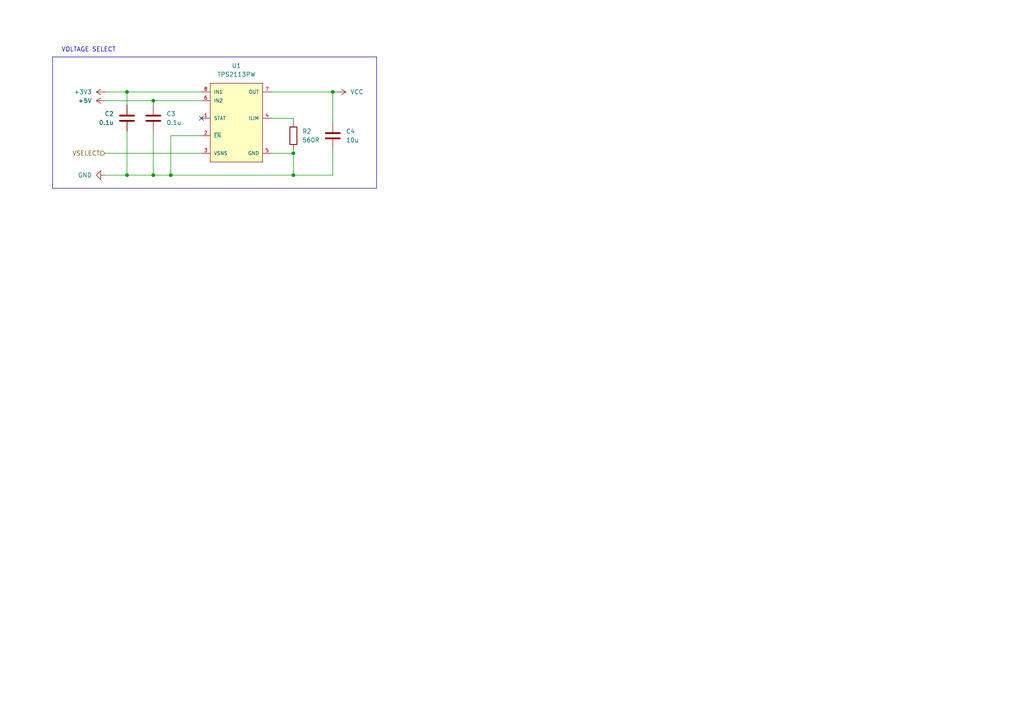
<source format=kicad_sch>
(kicad_sch (version 20231120) (generator "eeschema") (generator_version "8.0")
  (paper "A4")
  (lib_symbols
    (symbol "Added:TPS2113PW" (pin_names (offset 1.016))
      (property "Reference" "U" (at 0 5.08 0))
      (property "Value" "TPS2113PW" (at 0 7.62 0))
      (symbol "TPS2113PW_1_1"
        (rectangle (start 5.08 2.54) (end 20.32 -20.32) (fill (type background)))
        (pin unspecified line (at 2.54 -7.62 0) (length 2.54) (name "STAT") (number "1"))
        (pin input line (at 2.54 -12.7 0) (length 2.54) (name "~{EN}") (number "2"))
        (pin input line (at 2.54 -17.78 0) (length 2.54) (name "VSNS") (number "3"))
        (pin input line (at 22.86 -7.62 180) (length 2.54) (name "ILIM") (number "4"))
        (pin power_in line (at 22.86 -17.78 180) (length 2.54) (name "GND") (number "5"))
        (pin power_in line (at 2.54 -2.54 0) (length 2.54) (name "IN2") (number "6"))
        (pin power_out line (at 22.86 0 180) (length 2.54) (name "OUT") (number "7"))
        (pin power_in line (at 2.54 0 0) (length 2.54) (name "IN1") (number "8"))
      )
    )
    (symbol "Device:C" (pin_numbers hide) (pin_names (offset 0.254))
      (property "Reference" "C" (at 0.635 2.54 0))
      (property "Value" "C" (at 0.635 -2.54 0))
      (symbol "C_0_1"
        (polyline (pts (xy -2.032 -0.762) (xy 2.032 -0.762)) (stroke (width 0.508)))
        (polyline (pts (xy -2.032 0.762) (xy 2.032 0.762)) (stroke (width 0.508)))
      )
      (symbol "C_1_1"
        (pin passive line (at 0 3.81 270) (length 2.794) (name "~") (number "1"))
        (pin passive line (at 0 -3.81 90) (length 2.794) (name "~") (number "2"))
      )
    )
    (symbol "Device:R" (pin_numbers hide) (pin_names (offset 0))
      (property "Reference" "R" (at 2.032 0 90))
      (property "Value" "R" (at 0 0 90))
      (symbol "R_0_1"
        (rectangle (start -1.016 -2.54) (end 1.016 2.54) (stroke (width 0.254)))
      )
      (symbol "R_1_1"
        (pin passive line (at 0 3.81 270) (length 1.27) (name "~") (number "1"))
        (pin passive line (at 0 -3.81 90) (length 1.27) (name "~") (number "2"))
      )
    )
    (symbol "power:+3V3" (power) (pin_names (offset 0))
      (property "Value" "+3V3" (at 0 3.556 0))
      (symbol "+3V3_0_1"
        (polyline (pts (xy -0.762 1.27) (xy 0 2.54)))
        (polyline (pts (xy 0 0) (xy 0 2.54)))
        (polyline (pts (xy 0 2.54) (xy 0.762 1.27)))
      )
      (symbol "+3V3_1_1"
        (pin power_in line (at 0 0 90) (length 0) hide (name "+3V3") (number "1"))
      )
    )
    (symbol "power:+5V" (power) (pin_names (offset 0))
      (property "Value" "+5V" (at 0 3.556 0))
      (symbol "+5V_0_1"
        (polyline (pts (xy -0.762 1.27) (xy 0 2.54)))
        (polyline (pts (xy 0 0) (xy 0 2.54)))
        (polyline (pts (xy 0 2.54) (xy 0.762 1.27)))
      )
      (symbol "+5V_1_1"
        (pin power_in line (at 0 0 90) (length 0) hide (name "+5V") (number "1"))
      )
    )
    (symbol "power:GND" (power) (pin_names (offset 0))
      (property "Value" "GND" (at 0 -3.81 0))
      (symbol "GND_0_1"
        (polyline (pts (xy 0 0) (xy 0 -1.27) (xy 1.27 -1.27) (xy 0 -2.54) (xy -1.27 -1.27) (xy 0 -1.27)))
      )
      (symbol "GND_1_1"
        (pin power_in line (at 0 0 270) (length 0) hide (name "GND") (number "1"))
      )
    )
    (symbol "power:VCC" (power) (pin_names (offset 0))
      (property "Value" "VCC" (at 0 3.81 0))
      (symbol "VCC_0_1"
        (polyline (pts (xy -0.762 1.27) (xy 0 2.54)))
        (polyline (pts (xy 0 0) (xy 0 2.54)))
        (polyline (pts (xy 0 2.54) (xy 0.762 1.27)))
      )
      (symbol "VCC_1_1"
        (pin power_in line (at 0 0 90) (length 0) hide (name "VCC") (number "1"))
      )
    )
  )
  (junction (at 36.83 26.67))
  (junction (at 85.09 44.45))
  (junction (at 85.09 50.8))
  (junction (at 44.45 29.21))
  (junction (at 96.52 26.67))
  (junction (at 49.53 50.8))
  (junction (at 44.45 50.8))
  (junction (at 36.83 50.8))
  (no_connect (at 58.42 34.29))
  (wire (pts (xy 49.53 50.8) (xy 85.09 50.8)))
  (polyline (pts (xy 109.22 54.61) (xy 109.22 16.51)))
  (polyline (pts (xy 15.24 54.61) (xy 109.22 54.61)))
  (wire (pts (xy 85.09 43.18) (xy 85.09 44.45)))
  (wire (pts (xy 30.48 26.67) (xy 36.83 26.67)))
  (wire (pts (xy 78.74 44.45) (xy 85.09 44.45)))
  (wire (pts (xy 44.45 38.1) (xy 44.45 50.8)))
  (wire (pts (xy 44.45 30.48) (xy 44.45 29.21)))
  (wire (pts (xy 96.52 43.18) (xy 96.52 50.8)))
  (wire (pts (xy 78.74 34.29) (xy 85.09 34.29)))
  (wire (pts (xy 78.74 26.67) (xy 96.52 26.67)))
  (polyline (pts (xy 15.24 16.51) (xy 15.24 54.61)))
  (wire (pts (xy 44.45 29.21) (xy 58.42 29.21)))
  (wire (pts (xy 30.48 44.45) (xy 58.42 44.45)))
  (wire (pts (xy 30.48 29.21) (xy 44.45 29.21)))
  (wire (pts (xy 36.83 26.67) (xy 36.83 30.48)))
  (wire (pts (xy 49.53 39.37) (xy 49.53 50.8)))
  (wire (pts (xy 36.83 26.67) (xy 58.42 26.67)))
  (wire (pts (xy 96.52 26.67) (xy 96.52 35.56)))
  (wire (pts (xy 96.52 26.67) (xy 97.79 26.67)))
  (wire (pts (xy 44.45 50.8) (xy 49.53 50.8)))
  (polyline (pts (xy 109.22 16.51) (xy 15.24 16.51)))
  (wire (pts (xy 85.09 44.45) (xy 85.09 50.8)))
  (wire (pts (xy 30.48 50.8) (xy 36.83 50.8)))
  (wire (pts (xy 85.09 50.8) (xy 96.52 50.8)))
  (wire (pts (xy 36.83 38.1) (xy 36.83 50.8)))
  (wire (pts (xy 85.09 34.29) (xy 85.09 35.56)))
  (wire (pts (xy 58.42 39.37) (xy 49.53 39.37)))
  (wire (pts (xy 36.83 50.8) (xy 44.45 50.8)))
  (text "VOLTAGE SELECT" (at 17.78 15.24 0) (effects (font (size 1.27 1.27)) (justify left bottom)))
  (hierarchical_label "VSELECT" (shape input) (at 30.48 44.45 180))
  (symbol (lib_id "Device:C") (at 96.52 39.37 0) (unit 1)
    (property "Reference" "C4" (at 100.33 38.0999 0) (effects (justify left)))
    (property "Value" "10u" (at 100.33 40.6399 0) (effects (justify left)))
    (property "Footprint" "Capacitor_SMD:C_0805_2012Metric" (effects (hide yes)))
    (property "Description" "CL05A106MQ5NUNC" (effects (hide yes)))
    (property "JLCPCB" "C15525" (effects (hide yes)))
  )
  (symbol (lib_id "power:+3V3") (at 30.48 26.67 90) (unit 1)
    (property "Reference" "#PWR07" (effects (hide yes)))
    (property "Value" "+3V3" (at 26.67 26.6699 90) (effects (justify left)))
  )
  (symbol (lib_id "Added:TPS2113PW") (at 55.88 26.67 0) (unit 1)
    (property "Reference" "U1" (at 68.58 19.05 0))
    (property "Value" "TPS2113PW" (at 68.58 21.59 0))
    (property "Footprint" "Package_SO:TSSOP-8_4.4x3mm_P0.65mm" (effects (hide yes)))
    (property "Datasheet" "http://www.ti.com/general/docs/lit/getliterature.tsp?genericPartNumber=TPS2113&fileType=pdf" (effects (hide yes)))
    (property "Code  JEDEC" "MO-153" (effects (hide yes)))
    (property "Datasheet Version" "SLVS446" (effects (hide yes)))
    (property "IN1 IN2 Input VoltageMaxV" "5.5" (effects (hide yes)))
    (property "IN1 IN2 Input VoltageMinV" "2.8" (effects (hide yes)))
    (property "IN1 Output CurrentMaxA" "1.25" (effects (hide yes)))
    (property "IN1 rDSonTypmOhm" "84" (effects (hide yes)))
    (property "IN2 Output CurrentMaxA" "1.25" (effects (hide yes)))
    (property "IN2 rDSonTypOhms" "0.084" (effects (hide yes)))
    (property "Mounting Technology" "Surface Mount" (effects (hide yes)))
    (property "Number of Inputs" "2" (effects (hide yes)))
    (property "Package Description" "8-Pin Plastic Thin Small Outline Package 3 x 4.4 mm Body ,0.65 mm Pitch" (effects (hide yes)))
    (property "Package Version" "revG, Feb-2011" (effects (hide yes)))
    (property "Sub Family" "Power Multiplexer (MUX)" (effects (hide yes)))
    (property "category" "IC" (effects (hide yes)))
    (property "ciiva ids" "1435368" (effects (hide yes)))
    (property "library id" "8d418d7fa91867a0" (effects (hide yes)))
    (property "manufacturer" "Texas Instruments" (effects (hide yes)))
    (property "package" "PW0008A" (effects (hide yes)))
    (property "release date" "1464590589" (effects (hide yes)))
    (property "rohs" "Yes" (effects (hide yes)))
    (property "vault revision" "9D6D1550-8F4D-4794-945B-26B7B47CC6E6" (effects (hide yes)))
    (property "imported" "yes" (effects (hide yes)))
  )
  (symbol (lib_id "power:+5V") (at 30.48 29.21 90) (unit 1)
    (property "Reference" "#PWR08" (effects (hide yes)))
    (property "Value" "+5V" (at 26.67 29.2099 90) (effects (justify left)))
  )
  (symbol (lib_id "Device:C") (at 44.45 34.29 0) (unit 1)
    (property "Reference" "C3" (at 48.26 33.0199 0) (effects (justify left)))
    (property "Value" "0.1u" (at 48.26 35.5599 0) (effects (justify left)))
    (property "Footprint" "Capacitor_SMD:C_0805_2012Metric" (effects (hide yes)))
    (property "Description" "CL05B104KB54PNC" (effects (hide yes)))
    (property "JLCPCB" "C307331" (effects (hide yes)))
  )
  (symbol (lib_id "Device:C") (at 36.83 34.29 180) (unit 1)
    (property "Reference" "C2" (at 33.02 33.0199 0) (effects (justify left)))
    (property "Value" "0.1u" (at 33.02 35.5599 0) (effects (justify left)))
    (property "Footprint" "Capacitor_SMD:C_0805_2012Metric" (effects (hide yes)))
    (property "Description" "CL05B104KB54PNC" (effects (hide yes)))
    (property "JLCPCB" "C307331" (effects (hide yes)))
  )
  (symbol (lib_id "power:GND") (at 30.48 50.8 270) (unit 1)
    (property "Reference" "#PWR016" (effects (hide yes)))
    (property "Value" "GND" (at 26.67 50.8 90) (effects (justify right)))
  )
  (symbol (lib_id "Device:R") (at 85.09 39.37 180) (unit 1)
    (property "Reference" "R2" (at 87.63 38.0999 0) (effects (justify right)))
    (property "Value" "560R" (at 87.63 40.6399 0) (effects (justify right)))
    (property "Footprint" "Resistor_SMD:R_0805_2012Metric" (effects (hide yes)))
    (property "Description" "RC0402JR-07560RL" (effects (hide yes)))
    (property "JLCPCB" "C137858" (effects (hide yes)))
  )
  (symbol (lib_id "power:VCC") (at 97.79 26.67 270) (unit 1)
    (property "Reference" "#PWR022" (effects (hide yes)))
    (property "Value" "VCC" (at 101.6 26.6699 90) (effects (justify left)))
  )
)
</source>
